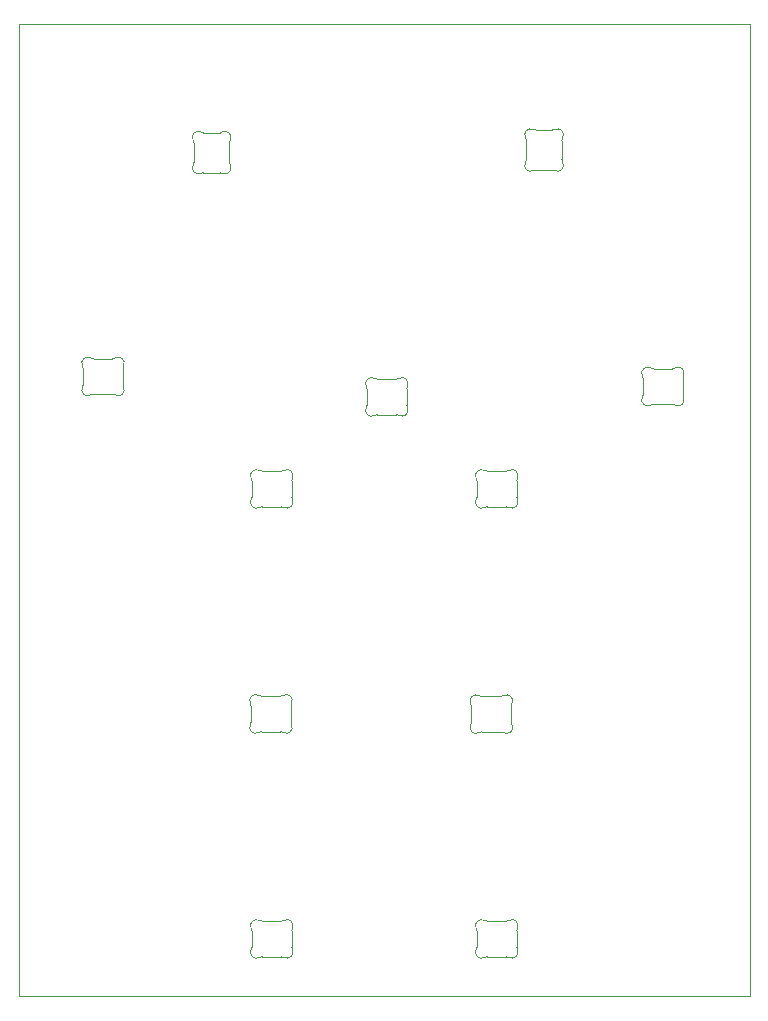
<source format=gbr>
%TF.GenerationSoftware,KiCad,Pcbnew,9.0.7*%
%TF.CreationDate,2026-01-22T22:05:33-06:00*%
%TF.ProjectId,HACK PAD!,4841434b-2050-4414-9421-2e6b69636164,rev?*%
%TF.SameCoordinates,Original*%
%TF.FileFunction,Profile,NP*%
%FSLAX46Y46*%
G04 Gerber Fmt 4.6, Leading zero omitted, Abs format (unit mm)*
G04 Created by KiCad (PCBNEW 9.0.7) date 2026-01-22 22:05:33*
%MOMM*%
%LPD*%
G01*
G04 APERTURE LIST*
%TA.AperFunction,Profile*%
%ADD10C,0.050000*%
%TD*%
%TA.AperFunction,Profile*%
%ADD11C,0.100000*%
%TD*%
G04 APERTURE END LIST*
D10*
X26193750Y-27245000D02*
X88106250Y-27245000D01*
X88106250Y-109537500D01*
X26193750Y-109537500D01*
X26193750Y-27245000D01*
D11*
%TO.C,D14*%
X43460578Y-36350515D02*
G75*
G02*
X43243700Y-36400000I-216878J450515D01*
G01*
X43460577Y-36350515D02*
G75*
G02*
X44109157Y-37053288I216880J-450514D01*
G01*
X41838015Y-36400000D02*
G75*
G02*
X41621135Y-36350521I-15J500000D01*
G01*
X40972560Y-37053288D02*
G75*
G02*
X41621138Y-36350516I431700J252258D01*
G01*
X40972560Y-37053288D02*
G75*
G02*
X41040860Y-37305546I-431710J-252262D01*
G01*
X44040858Y-37305547D02*
G75*
G02*
X44109157Y-37053288I500012J-3D01*
G01*
X41040858Y-38894452D02*
G75*
G02*
X40972559Y-39146710I-500009J3D01*
G01*
X44109157Y-39146709D02*
G75*
G02*
X44040858Y-38894451I431710J252261D01*
G01*
X44109155Y-39146710D02*
G75*
G02*
X43460578Y-39849483I-431700J-252258D01*
G01*
X43243701Y-39799998D02*
G75*
G02*
X43460578Y-39849483I1J-499990D01*
G01*
X41621138Y-39849483D02*
G75*
G02*
X40972559Y-39146710I-216878J450515D01*
G01*
X41621138Y-39849483D02*
G75*
G02*
X41838016Y-39799998I216876J-450505D01*
G01*
X41838016Y-36400000D02*
X43243700Y-36400000D01*
X44040858Y-37305547D02*
X44040858Y-38894451D01*
X41040859Y-38894451D02*
X41040859Y-37305546D01*
X43243700Y-39799998D02*
X41838016Y-39799998D01*
%TO.C,D8*%
X49374485Y-67491878D02*
G75*
G02*
X49325000Y-67275000I450515J216878D01*
G01*
X49374485Y-67491877D02*
G75*
G02*
X48671712Y-68140457I-450514J-216880D01*
G01*
X49325000Y-65869315D02*
G75*
G02*
X49374479Y-65652435I500000J15D01*
G01*
X48671712Y-65003860D02*
G75*
G02*
X49374484Y-65652438I252258J-431700D01*
G01*
X48671712Y-65003860D02*
G75*
G02*
X48419454Y-65072160I-252262J431710D01*
G01*
X48419453Y-68072158D02*
G75*
G02*
X48671712Y-68140457I-3J-500012D01*
G01*
X46830548Y-65072158D02*
G75*
G02*
X46578290Y-65003859I3J500009D01*
G01*
X46578291Y-68140457D02*
G75*
G02*
X46830549Y-68072158I252261J-431710D01*
G01*
X46578290Y-68140455D02*
G75*
G02*
X45875517Y-67491878I-252258J431700D01*
G01*
X45925002Y-67275001D02*
G75*
G02*
X45875517Y-67491878I-499990J-1D01*
G01*
X45875517Y-65652438D02*
G75*
G02*
X46578290Y-65003859I450515J216878D01*
G01*
X45875517Y-65652438D02*
G75*
G02*
X45925002Y-65869316I-450505J-216876D01*
G01*
X49325000Y-65869316D02*
X49325000Y-67275000D01*
X48419453Y-68072158D02*
X46830549Y-68072158D01*
X46830549Y-65072159D02*
X48419454Y-65072159D01*
X45925002Y-67275000D02*
X45925002Y-65869316D01*
%TO.C,D7*%
X64522302Y-86343800D02*
X64522302Y-84938116D01*
X65427849Y-84140959D02*
X67016754Y-84140959D01*
X67016753Y-87140958D02*
X65427849Y-87140958D01*
X67922300Y-84938116D02*
X67922300Y-86343800D01*
X64472817Y-84721238D02*
G75*
G02*
X64522302Y-84938116I-450505J-216876D01*
G01*
X64472817Y-84721238D02*
G75*
G02*
X65175590Y-84072659I450515J216878D01*
G01*
X64522302Y-86343801D02*
G75*
G02*
X64472817Y-86560678I-499990J-1D01*
G01*
X65175590Y-87209255D02*
G75*
G02*
X64472817Y-86560678I-252258J431700D01*
G01*
X65175591Y-87209257D02*
G75*
G02*
X65427849Y-87140958I252261J-431710D01*
G01*
X65427848Y-84140958D02*
G75*
G02*
X65175590Y-84072659I3J500009D01*
G01*
X67016753Y-87140958D02*
G75*
G02*
X67269012Y-87209257I-3J-500012D01*
G01*
X67269012Y-84072660D02*
G75*
G02*
X67016754Y-84140960I-252262J431710D01*
G01*
X67269012Y-84072660D02*
G75*
G02*
X67971784Y-84721238I252258J-431700D01*
G01*
X67922300Y-84938115D02*
G75*
G02*
X67971779Y-84721235I500000J15D01*
G01*
X67971785Y-86560677D02*
G75*
G02*
X67269012Y-87209257I-450514J-216880D01*
G01*
X67971785Y-86560678D02*
G75*
G02*
X67922300Y-86343800I450515J216878D01*
G01*
%TO.C,D9*%
X45925002Y-105375000D02*
X45925002Y-103969316D01*
X46830549Y-103172159D02*
X48419454Y-103172159D01*
X48419453Y-106172158D02*
X46830549Y-106172158D01*
X49325000Y-103969316D02*
X49325000Y-105375000D01*
X45875517Y-103752438D02*
G75*
G02*
X45925002Y-103969316I-450505J-216876D01*
G01*
X45875517Y-103752438D02*
G75*
G02*
X46578290Y-103103859I450515J216878D01*
G01*
X45925002Y-105375001D02*
G75*
G02*
X45875517Y-105591878I-499990J-1D01*
G01*
X46578290Y-106240455D02*
G75*
G02*
X45875517Y-105591878I-252258J431700D01*
G01*
X46578291Y-106240457D02*
G75*
G02*
X46830549Y-106172158I252261J-431710D01*
G01*
X46830548Y-103172158D02*
G75*
G02*
X46578290Y-103103859I3J500009D01*
G01*
X48419453Y-106172158D02*
G75*
G02*
X48671712Y-106240457I-3J-500012D01*
G01*
X48671712Y-103103860D02*
G75*
G02*
X48419454Y-103172160I-252262J431710D01*
G01*
X48671712Y-103103860D02*
G75*
G02*
X49374484Y-103752438I252258J-431700D01*
G01*
X49325000Y-103969315D02*
G75*
G02*
X49374479Y-103752435I500000J15D01*
G01*
X49374485Y-105591877D02*
G75*
G02*
X48671712Y-106240457I-450514J-216880D01*
G01*
X49374485Y-105591878D02*
G75*
G02*
X49325000Y-105375000I450515J216878D01*
G01*
%TO.C,D6*%
X49309485Y-86543078D02*
G75*
G02*
X49260000Y-86326200I450515J216878D01*
G01*
X49309485Y-86543077D02*
G75*
G02*
X48606712Y-87191657I-450514J-216880D01*
G01*
X49260000Y-84920515D02*
G75*
G02*
X49309479Y-84703635I500000J15D01*
G01*
X48606712Y-84055060D02*
G75*
G02*
X49309484Y-84703638I252258J-431700D01*
G01*
X48606712Y-84055060D02*
G75*
G02*
X48354454Y-84123360I-252262J431710D01*
G01*
X48354453Y-87123358D02*
G75*
G02*
X48606712Y-87191657I-3J-500012D01*
G01*
X46765548Y-84123358D02*
G75*
G02*
X46513290Y-84055059I3J500009D01*
G01*
X46513291Y-87191657D02*
G75*
G02*
X46765549Y-87123358I252261J-431710D01*
G01*
X46513290Y-87191655D02*
G75*
G02*
X45810517Y-86543078I-252258J431700D01*
G01*
X45860002Y-86326201D02*
G75*
G02*
X45810517Y-86543078I-499990J-1D01*
G01*
X45810517Y-84703638D02*
G75*
G02*
X46513290Y-84055059I450515J216878D01*
G01*
X45810517Y-84703638D02*
G75*
G02*
X45860002Y-84920516I-450505J-216876D01*
G01*
X49260000Y-84920516D02*
X49260000Y-86326200D01*
X48354453Y-87123358D02*
X46765549Y-87123358D01*
X46765549Y-84123359D02*
X48354454Y-84123359D01*
X45860002Y-86326200D02*
X45860002Y-84920516D01*
%TO.C,D10*%
X64975002Y-105375000D02*
X64975002Y-103969316D01*
X65880549Y-103172159D02*
X67469454Y-103172159D01*
X67469453Y-106172158D02*
X65880549Y-106172158D01*
X68375000Y-103969316D02*
X68375000Y-105375000D01*
X64925517Y-103752438D02*
G75*
G02*
X64975002Y-103969316I-450505J-216876D01*
G01*
X64925517Y-103752438D02*
G75*
G02*
X65628290Y-103103859I450515J216878D01*
G01*
X64975002Y-105375001D02*
G75*
G02*
X64925517Y-105591878I-499990J-1D01*
G01*
X65628290Y-106240455D02*
G75*
G02*
X64925517Y-105591878I-252258J431700D01*
G01*
X65628291Y-106240457D02*
G75*
G02*
X65880549Y-106172158I252261J-431710D01*
G01*
X65880548Y-103172158D02*
G75*
G02*
X65628290Y-103103859I3J500009D01*
G01*
X67469453Y-106172158D02*
G75*
G02*
X67721712Y-106240457I-3J-500012D01*
G01*
X67721712Y-103103860D02*
G75*
G02*
X67469454Y-103172160I-252262J431710D01*
G01*
X67721712Y-103103860D02*
G75*
G02*
X68424484Y-103752438I252258J-431700D01*
G01*
X68375000Y-103969315D02*
G75*
G02*
X68424479Y-103752435I500000J15D01*
G01*
X68424485Y-105591877D02*
G75*
G02*
X67721712Y-106240457I-450514J-216880D01*
G01*
X68424485Y-105591878D02*
G75*
G02*
X68375000Y-105375000I450515J216878D01*
G01*
%TO.C,D11*%
X64975002Y-67275000D02*
X64975002Y-65869316D01*
X65880549Y-65072159D02*
X67469454Y-65072159D01*
X67469453Y-68072158D02*
X65880549Y-68072158D01*
X68375000Y-65869316D02*
X68375000Y-67275000D01*
X64925517Y-65652438D02*
G75*
G02*
X64975002Y-65869316I-450505J-216876D01*
G01*
X64925517Y-65652438D02*
G75*
G02*
X65628290Y-65003859I450515J216878D01*
G01*
X64975002Y-67275001D02*
G75*
G02*
X64925517Y-67491878I-499990J-1D01*
G01*
X65628290Y-68140455D02*
G75*
G02*
X64925517Y-67491878I-252258J431700D01*
G01*
X65628291Y-68140457D02*
G75*
G02*
X65880549Y-68072158I252261J-431710D01*
G01*
X65880548Y-65072158D02*
G75*
G02*
X65628290Y-65003859I3J500009D01*
G01*
X67469453Y-68072158D02*
G75*
G02*
X67721712Y-68140457I-3J-500012D01*
G01*
X67721712Y-65003860D02*
G75*
G02*
X67469454Y-65072160I-252262J431710D01*
G01*
X67721712Y-65003860D02*
G75*
G02*
X68424484Y-65652438I252258J-431700D01*
G01*
X68375000Y-65869315D02*
G75*
G02*
X68424479Y-65652435I500000J15D01*
G01*
X68424485Y-67491877D02*
G75*
G02*
X67721712Y-68140457I-450514J-216880D01*
G01*
X68424485Y-67491878D02*
G75*
G02*
X68375000Y-67275000I450515J216878D01*
G01*
%TO.C,D12*%
X55668702Y-59484100D02*
X55668702Y-58078416D01*
X56574249Y-57281259D02*
X58163154Y-57281259D01*
X58163153Y-60281258D02*
X56574249Y-60281258D01*
X59068700Y-58078416D02*
X59068700Y-59484100D01*
X55619217Y-57861538D02*
G75*
G02*
X55668702Y-58078416I-450505J-216876D01*
G01*
X55619217Y-57861538D02*
G75*
G02*
X56321990Y-57212959I450515J216878D01*
G01*
X55668702Y-59484101D02*
G75*
G02*
X55619217Y-59700978I-499990J-1D01*
G01*
X56321990Y-60349555D02*
G75*
G02*
X55619217Y-59700978I-252258J431700D01*
G01*
X56321991Y-60349557D02*
G75*
G02*
X56574249Y-60281258I252261J-431710D01*
G01*
X56574248Y-57281258D02*
G75*
G02*
X56321990Y-57212959I3J500009D01*
G01*
X58163153Y-60281258D02*
G75*
G02*
X58415412Y-60349557I-3J-500012D01*
G01*
X58415412Y-57212960D02*
G75*
G02*
X58163154Y-57281260I-252262J431710D01*
G01*
X58415412Y-57212960D02*
G75*
G02*
X59118184Y-57861538I252258J-431700D01*
G01*
X59068700Y-58078415D02*
G75*
G02*
X59118179Y-57861535I500000J15D01*
G01*
X59118185Y-59700977D02*
G75*
G02*
X58415412Y-60349557I-450514J-216880D01*
G01*
X59118185Y-59700978D02*
G75*
G02*
X59068700Y-59484100I450515J216878D01*
G01*
%TO.C,D15*%
X79043702Y-58602800D02*
X79043702Y-57197116D01*
X79949249Y-56399959D02*
X81538154Y-56399959D01*
X81538153Y-59399958D02*
X79949249Y-59399958D01*
X82443700Y-57197116D02*
X82443700Y-58602800D01*
X78994217Y-56980238D02*
G75*
G02*
X79043702Y-57197116I-450505J-216876D01*
G01*
X78994217Y-56980238D02*
G75*
G02*
X79696990Y-56331659I450515J216878D01*
G01*
X79043702Y-58602801D02*
G75*
G02*
X78994217Y-58819678I-499990J-1D01*
G01*
X79696990Y-59468255D02*
G75*
G02*
X78994217Y-58819678I-252258J431700D01*
G01*
X79696991Y-59468257D02*
G75*
G02*
X79949249Y-59399958I252261J-431710D01*
G01*
X79949248Y-56399958D02*
G75*
G02*
X79696990Y-56331659I3J500009D01*
G01*
X81538153Y-59399958D02*
G75*
G02*
X81790412Y-59468257I-3J-500012D01*
G01*
X81790412Y-56331660D02*
G75*
G02*
X81538154Y-56399960I-252262J431710D01*
G01*
X81790412Y-56331660D02*
G75*
G02*
X82493184Y-56980238I252258J-431700D01*
G01*
X82443700Y-57197115D02*
G75*
G02*
X82493179Y-56980235I500000J15D01*
G01*
X82493185Y-58819677D02*
G75*
G02*
X81790412Y-59468257I-450514J-216880D01*
G01*
X82493185Y-58819678D02*
G75*
G02*
X82443700Y-58602800I450515J216878D01*
G01*
%TO.C,D13*%
X69984700Y-36181202D02*
X71390384Y-36181202D01*
X72187541Y-37086749D02*
X72187541Y-38675654D01*
X69187542Y-38675653D02*
X69187542Y-37086749D01*
X71390384Y-39581200D02*
X69984700Y-39581200D01*
X71607262Y-36131717D02*
G75*
G02*
X71390384Y-36181202I-216876J450505D01*
G01*
X71607262Y-36131717D02*
G75*
G02*
X72255841Y-36834490I216878J-450515D01*
G01*
X69984699Y-36181202D02*
G75*
G02*
X69767822Y-36131717I-1J499990D01*
G01*
X69119245Y-36834490D02*
G75*
G02*
X69767822Y-36131717I431700J252258D01*
G01*
X69119243Y-36834491D02*
G75*
G02*
X69187542Y-37086749I-431710J-252261D01*
G01*
X72187542Y-37086748D02*
G75*
G02*
X72255841Y-36834490I500009J-3D01*
G01*
X69187542Y-38675653D02*
G75*
G02*
X69119243Y-38927912I-500012J3D01*
G01*
X72255840Y-38927912D02*
G75*
G02*
X72187540Y-38675654I431710J252262D01*
G01*
X72255840Y-38927912D02*
G75*
G02*
X71607262Y-39630684I-431700J-252258D01*
G01*
X71390385Y-39581200D02*
G75*
G02*
X71607265Y-39630679I15J-500000D01*
G01*
X69767823Y-39630685D02*
G75*
G02*
X69119243Y-38927912I-216880J450514D01*
G01*
X69767822Y-39630685D02*
G75*
G02*
X69984700Y-39581200I216878J-450515D01*
G01*
%TO.C,D16*%
X31637502Y-57750000D02*
X31637502Y-56344316D01*
X32543049Y-55547159D02*
X34131954Y-55547159D01*
X34131953Y-58547158D02*
X32543049Y-58547158D01*
X35037500Y-56344316D02*
X35037500Y-57750000D01*
X31588017Y-56127438D02*
G75*
G02*
X31637502Y-56344316I-450505J-216876D01*
G01*
X31588017Y-56127438D02*
G75*
G02*
X32290790Y-55478859I450515J216878D01*
G01*
X31637502Y-57750001D02*
G75*
G02*
X31588017Y-57966878I-499990J-1D01*
G01*
X32290790Y-58615455D02*
G75*
G02*
X31588017Y-57966878I-252258J431700D01*
G01*
X32290791Y-58615457D02*
G75*
G02*
X32543049Y-58547158I252261J-431710D01*
G01*
X32543048Y-55547158D02*
G75*
G02*
X32290790Y-55478859I3J500009D01*
G01*
X34131953Y-58547158D02*
G75*
G02*
X34384212Y-58615457I-3J-500012D01*
G01*
X34384212Y-55478860D02*
G75*
G02*
X34131954Y-55547160I-252262J431710D01*
G01*
X34384212Y-55478860D02*
G75*
G02*
X35086984Y-56127438I252258J-431700D01*
G01*
X35037500Y-56344315D02*
G75*
G02*
X35086979Y-56127435I500000J15D01*
G01*
X35086985Y-57966877D02*
G75*
G02*
X34384212Y-58615457I-450514J-216880D01*
G01*
X35086985Y-57966878D02*
G75*
G02*
X35037500Y-57750000I450515J216878D01*
G01*
%TD*%
M02*

</source>
